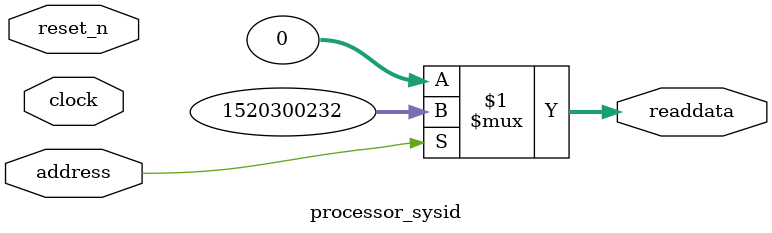
<source format=v>



// synthesis translate_off
`timescale 1ns / 1ps
// synthesis translate_on

// turn off superfluous verilog processor warnings 
// altera message_level Level1 
// altera message_off 10034 10035 10036 10037 10230 10240 10030 

module processor_sysid (
               // inputs:
                address,
                clock,
                reset_n,

               // outputs:
                readdata
             )
;

  output  [ 31: 0] readdata;
  input            address;
  input            clock;
  input            reset_n;

  wire    [ 31: 0] readdata;
  //control_slave, which is an e_avalon_slave
  assign readdata = address ? 1520300232 : 0;

endmodule



</source>
